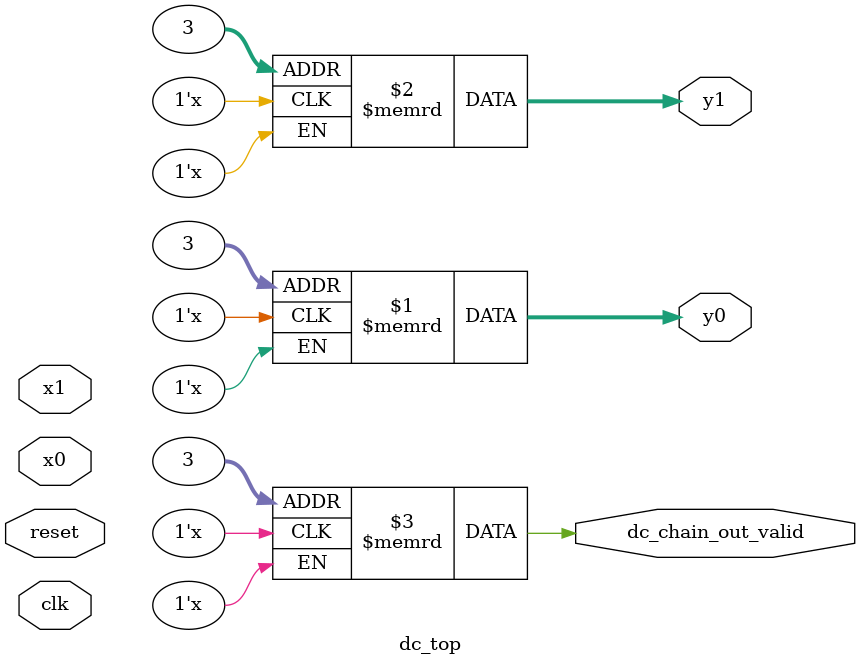
<source format=sv>
module dc_top #(
    parameter DATA_WIDTH = 16,
    // FFT Size
    parameter N = 32 

)(
    input logic clk,
    input logic reset,
    input logic [DATA_WIDTH-1:0] x0,
    input logic [DATA_WIDTH-1:0] x1,
    output logic [DATA_WIDTH-1:0] y0,
    output logic [DATA_WIDTH-1:0] y1,
    output logic dc_chain_out_valid
);

    // Calculate the number of commutators from FFT Size
    localparam NUM_COMMUTATORS = $clog2(N) - 1;

    logic [DATA_WIDTH-1:0] x0_dc [NUM_COMMUTATORS-1:0];
    logic [DATA_WIDTH-1:0] x1_dc [NUM_COMMUTATORS-1:0];    
    logic dc_out_valid [NUM_COMMUTATORS-1:0];
    
    genvar i;
    generate
        for(i=0; i<NUM_COMMUTATORS; i++) begin
            delay_commutator #(
                .DELAY(N >> (i+2)),
                .DATA_WIDTH(DATA_WIDTH)
            ) dc_inst (
                .clk(clk),
                .reset(reset),
                .enable(i == 0 ? 1: dc_out_valid[i-1]),
                .x0(i == 0 ? x0 : x0_dc[i-1]),
                .x1(i == 0 ? x1 : x1_dc[i-1]),
                .y0(x0_dc[i]),
                .y1(x1_dc[i]),
                .commutator_out_valid(dc_out_valid[i])
            );
        end
    endgenerate


assign y0 = x0_dc[NUM_COMMUTATORS-1];
assign y1 = x1_dc[NUM_COMMUTATORS-1];
assign dc_chain_out_valid = dc_out_valid[NUM_COMMUTATORS-1];

endmodule
</source>
